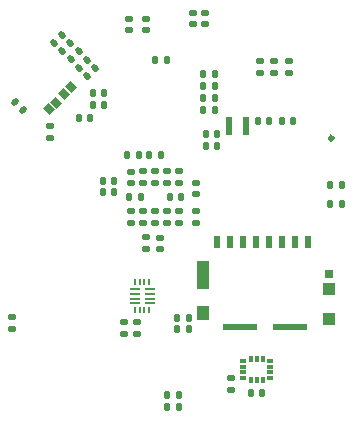
<source format=gbr>
%TF.GenerationSoftware,KiCad,Pcbnew,7.0.1*%
%TF.CreationDate,2023-12-30T02:23:51+00:00*%
%TF.ProjectId,watch_main,77617463-685f-46d6-9169-6e2e6b696361,rev?*%
%TF.SameCoordinates,Original*%
%TF.FileFunction,Soldermask,Bot*%
%TF.FilePolarity,Negative*%
%FSLAX46Y46*%
G04 Gerber Fmt 4.6, Leading zero omitted, Abs format (unit mm)*
G04 Created by KiCad (PCBNEW 7.0.1) date 2023-12-30 02:23:51*
%MOMM*%
%LPD*%
G01*
G04 APERTURE LIST*
G04 Aperture macros list*
%AMRoundRect*
0 Rectangle with rounded corners*
0 $1 Rounding radius*
0 $2 $3 $4 $5 $6 $7 $8 $9 X,Y pos of 4 corners*
0 Add a 4 corners polygon primitive as box body*
4,1,4,$2,$3,$4,$5,$6,$7,$8,$9,$2,$3,0*
0 Add four circle primitives for the rounded corners*
1,1,$1+$1,$2,$3*
1,1,$1+$1,$4,$5*
1,1,$1+$1,$6,$7*
1,1,$1+$1,$8,$9*
0 Add four rect primitives between the rounded corners*
20,1,$1+$1,$2,$3,$4,$5,0*
20,1,$1+$1,$4,$5,$6,$7,0*
20,1,$1+$1,$6,$7,$8,$9,0*
20,1,$1+$1,$8,$9,$2,$3,0*%
%AMRotRect*
0 Rectangle, with rotation*
0 The origin of the aperture is its center*
0 $1 length*
0 $2 width*
0 $3 Rotation angle, in degrees counterclockwise*
0 Add horizontal line*
21,1,$1,$2,0,0,$3*%
G04 Aperture macros list end*
%ADD10C,0.304800*%
%ADD11RoundRect,0.140000X-0.170000X0.140000X-0.170000X-0.140000X0.170000X-0.140000X0.170000X0.140000X0*%
%ADD12RoundRect,0.140000X-0.021213X0.219203X-0.219203X0.021213X0.021213X-0.219203X0.219203X-0.021213X0*%
%ADD13RoundRect,0.140000X-0.140000X-0.170000X0.140000X-0.170000X0.140000X0.170000X-0.140000X0.170000X0*%
%ADD14RoundRect,0.140000X0.140000X0.170000X-0.140000X0.170000X-0.140000X-0.170000X0.140000X-0.170000X0*%
%ADD15RoundRect,0.140000X0.170000X-0.140000X0.170000X0.140000X-0.170000X0.140000X-0.170000X-0.140000X0*%
%ADD16RotRect,0.600000X0.800000X45.000000*%
%ADD17RoundRect,0.135000X0.135000X0.185000X-0.135000X0.185000X-0.135000X-0.185000X0.135000X-0.185000X0*%
%ADD18RoundRect,0.135000X-0.135000X-0.185000X0.135000X-0.185000X0.135000X0.185000X-0.135000X0.185000X0*%
%ADD19R,0.533400X0.304800*%
%ADD20R,0.304800X0.533400*%
%ADD21RoundRect,0.135000X0.185000X-0.135000X0.185000X0.135000X-0.185000X0.135000X-0.185000X-0.135000X0*%
%ADD22RoundRect,0.140000X0.219203X0.021213X0.021213X0.219203X-0.219203X-0.021213X-0.021213X-0.219203X0*%
%ADD23R,0.500000X1.000000*%
%ADD24R,0.720000X0.780000*%
%ADD25R,1.050000X1.080000*%
%ADD26R,1.050000X1.105000*%
%ADD27R,1.050000X1.200000*%
%ADD28R,1.050000X2.390000*%
%ADD29R,2.910000X0.550000*%
%ADD30R,0.550000X1.600000*%
%ADD31R,0.900000X0.220000*%
%ADD32R,0.850000X0.220000*%
%ADD33R,0.220000X0.550000*%
G04 APERTURE END LIST*
%TO.C,MIC1801*%
D10*
X165652400Y-90299800D02*
G75*
G03*
X165652400Y-90299800I-152400J0D01*
G01*
%TD*%
D11*
%TO.C,C909*%
X152600000Y-93120000D03*
X152600000Y-94080000D03*
%TD*%
D12*
%TO.C,C308*%
X142739411Y-81560589D03*
X142060589Y-82239411D03*
%TD*%
D13*
%TO.C,C206*%
X161320000Y-88900000D03*
X162280000Y-88900000D03*
%TD*%
D14*
%TO.C,C1403*%
X152580000Y-112100000D03*
X151620000Y-112100000D03*
%TD*%
%TO.C,C906*%
X155880000Y-91000000D03*
X154920000Y-91000000D03*
%TD*%
D13*
%TO.C,C310*%
X144120000Y-88600000D03*
X145080000Y-88600000D03*
%TD*%
D15*
%TO.C,C921*%
X149600000Y-97470000D03*
X149600000Y-96510000D03*
%TD*%
D14*
%TO.C,C922*%
X155880000Y-90000000D03*
X154920000Y-90000000D03*
%TD*%
D11*
%TO.C,C403*%
X148000000Y-105920000D03*
X148000000Y-106880000D03*
%TD*%
D15*
%TO.C,C1003*%
X153800000Y-80680000D03*
X153800000Y-79720000D03*
%TD*%
D13*
%TO.C,C912*%
X150120000Y-91700000D03*
X151080000Y-91700000D03*
%TD*%
D11*
%TO.C,C1304*%
X157000000Y-110650000D03*
X157000000Y-111610000D03*
%TD*%
D15*
%TO.C,C908*%
X151600000Y-97480000D03*
X151600000Y-96520000D03*
%TD*%
D11*
%TO.C,C1005*%
X149800000Y-80220000D03*
X149800000Y-81180000D03*
%TD*%
D16*
%TO.C,L301*%
X142917157Y-86582843D03*
X143482843Y-86017157D03*
%TD*%
D17*
%TO.C,R809*%
X153510000Y-106500000D03*
X152490000Y-106500000D03*
%TD*%
D15*
%TO.C,C903*%
X154100000Y-97460000D03*
X154100000Y-96500000D03*
%TD*%
%TO.C,C910*%
X152600000Y-97480000D03*
X152600000Y-96520000D03*
%TD*%
%TO.C,C203*%
X160700000Y-84780000D03*
X160700000Y-83820000D03*
%TD*%
D18*
%TO.C,R806*%
X154690000Y-85900000D03*
X155710000Y-85900000D03*
%TD*%
%TO.C,R805*%
X154690000Y-84900000D03*
X155710000Y-84900000D03*
%TD*%
D11*
%TO.C,C911*%
X148600000Y-93140000D03*
X148600000Y-94100000D03*
%TD*%
%TO.C,C307*%
X141700000Y-89320000D03*
X141700000Y-90280000D03*
%TD*%
D19*
%TO.C,U1301*%
X160330300Y-109149811D03*
X160330300Y-109649937D03*
X160330300Y-110150063D03*
X160330300Y-110650189D03*
D20*
X159700126Y-110789000D03*
X159200000Y-110789000D03*
X158699874Y-110789000D03*
D19*
X158069700Y-110650189D03*
X158069700Y-110150063D03*
X158069700Y-109649937D03*
X158069700Y-109149811D03*
D20*
X158699874Y-109011000D03*
X159200000Y-109011000D03*
X159700126Y-109011000D03*
%TD*%
D17*
%TO.C,R808*%
X166410000Y-94300000D03*
X165390000Y-94300000D03*
%TD*%
D13*
%TO.C,C917*%
X148420000Y-95300000D03*
X149380000Y-95300000D03*
%TD*%
D14*
%TO.C,C904*%
X152780000Y-95300000D03*
X151820000Y-95300000D03*
%TD*%
D12*
%TO.C,C303*%
X143419311Y-82294903D03*
X142740489Y-82973725D03*
%TD*%
D21*
%TO.C,R401*%
X138500000Y-106510000D03*
X138500000Y-105490000D03*
%TD*%
D11*
%TO.C,C905*%
X154100000Y-94100000D03*
X154100000Y-95060000D03*
%TD*%
%TO.C,C1102*%
X149100000Y-105920000D03*
X149100000Y-106880000D03*
%TD*%
D14*
%TO.C,C919*%
X147160000Y-94900000D03*
X146200000Y-94900000D03*
%TD*%
D11*
%TO.C,C901*%
X151000000Y-98740000D03*
X151000000Y-99700000D03*
%TD*%
D14*
%TO.C,C1302*%
X159680000Y-111900000D03*
X158720000Y-111900000D03*
%TD*%
%TO.C,C915*%
X147160000Y-93900000D03*
X146200000Y-93900000D03*
%TD*%
D11*
%TO.C,C920*%
X149800000Y-98720000D03*
X149800000Y-99680000D03*
%TD*%
D15*
%TO.C,C918*%
X148600000Y-97480000D03*
X148600000Y-96520000D03*
%TD*%
%TO.C,C1002*%
X154800000Y-80680000D03*
X154800000Y-79720000D03*
%TD*%
D12*
%TO.C,C309*%
X144139411Y-82960589D03*
X143460589Y-83639411D03*
%TD*%
D17*
%TO.C,R807*%
X166410000Y-95900000D03*
X165390000Y-95900000D03*
%TD*%
D11*
%TO.C,C902*%
X150600000Y-93120000D03*
X150600000Y-94080000D03*
%TD*%
D14*
%TO.C,C1402*%
X152580000Y-113100000D03*
X151620000Y-113100000D03*
%TD*%
%TO.C,C916*%
X149200000Y-91700000D03*
X148240000Y-91700000D03*
%TD*%
D13*
%TO.C,C305*%
X145320000Y-86500000D03*
X146280000Y-86500000D03*
%TD*%
D11*
%TO.C,C1001*%
X148400000Y-80220000D03*
X148400000Y-81180000D03*
%TD*%
D18*
%TO.C,R802*%
X154690000Y-86900000D03*
X155710000Y-86900000D03*
%TD*%
D22*
%TO.C,C311*%
X139449461Y-87922254D03*
X138770639Y-87243432D03*
%TD*%
D15*
%TO.C,C201*%
X161900000Y-84780000D03*
X161900000Y-83820000D03*
%TD*%
D17*
%TO.C,R810*%
X153510000Y-105500000D03*
X152490000Y-105500000D03*
%TD*%
D23*
%TO.C,J1101*%
X163550000Y-99100000D03*
X162450000Y-99100000D03*
X161350000Y-99100000D03*
X160250000Y-99100000D03*
X159150000Y-99100000D03*
X158050000Y-99100000D03*
X156950000Y-99100000D03*
X155850000Y-99100000D03*
D24*
X165310000Y-101780000D03*
D25*
X165325000Y-103050000D03*
D26*
X165325000Y-105612500D03*
D27*
X154675000Y-105090000D03*
D28*
X154675000Y-101905000D03*
D29*
X161986000Y-106335000D03*
X157796000Y-106335000D03*
%TD*%
D12*
%TO.C,C301*%
X144839411Y-83660589D03*
X144160589Y-84339411D03*
%TD*%
D30*
%TO.C,L901*%
X156875000Y-89300000D03*
X158325000Y-89300000D03*
%TD*%
D15*
%TO.C,C907*%
X150600000Y-97480000D03*
X150600000Y-96520000D03*
%TD*%
D16*
%TO.C,L302*%
X141617157Y-87882843D03*
X142182843Y-87317157D03*
%TD*%
D18*
%TO.C,R801*%
X154690000Y-87900000D03*
X155710000Y-87900000D03*
%TD*%
D11*
%TO.C,C914*%
X151600000Y-93120000D03*
X151600000Y-94080000D03*
%TD*%
D13*
%TO.C,C302*%
X145320000Y-87500000D03*
X146280000Y-87500000D03*
%TD*%
D15*
%TO.C,C205*%
X159500000Y-84780000D03*
X159500000Y-83820000D03*
%TD*%
D11*
%TO.C,C913*%
X149600000Y-93120000D03*
X149600000Y-94080000D03*
%TD*%
D14*
%TO.C,C208*%
X160280000Y-88900000D03*
X159320000Y-88900000D03*
%TD*%
%TO.C,C1004*%
X151580000Y-83700000D03*
X150620000Y-83700000D03*
%TD*%
D12*
%TO.C,C312*%
X145529361Y-84377746D03*
X144850539Y-85056568D03*
%TD*%
D31*
%TO.C,IC1101*%
X148900000Y-104300000D03*
D32*
X148875000Y-103900000D03*
X148875000Y-103500000D03*
X148875000Y-103100000D03*
D33*
X148900000Y-102525000D03*
X149300000Y-102525000D03*
X149700000Y-102525000D03*
X150100000Y-102525000D03*
D32*
X150125000Y-103100000D03*
X150125000Y-103500000D03*
X150125000Y-103900000D03*
X150125000Y-104300000D03*
D33*
X150100000Y-104875000D03*
X149700000Y-104875000D03*
X149300000Y-104875000D03*
X148900000Y-104875000D03*
%TD*%
M02*

</source>
